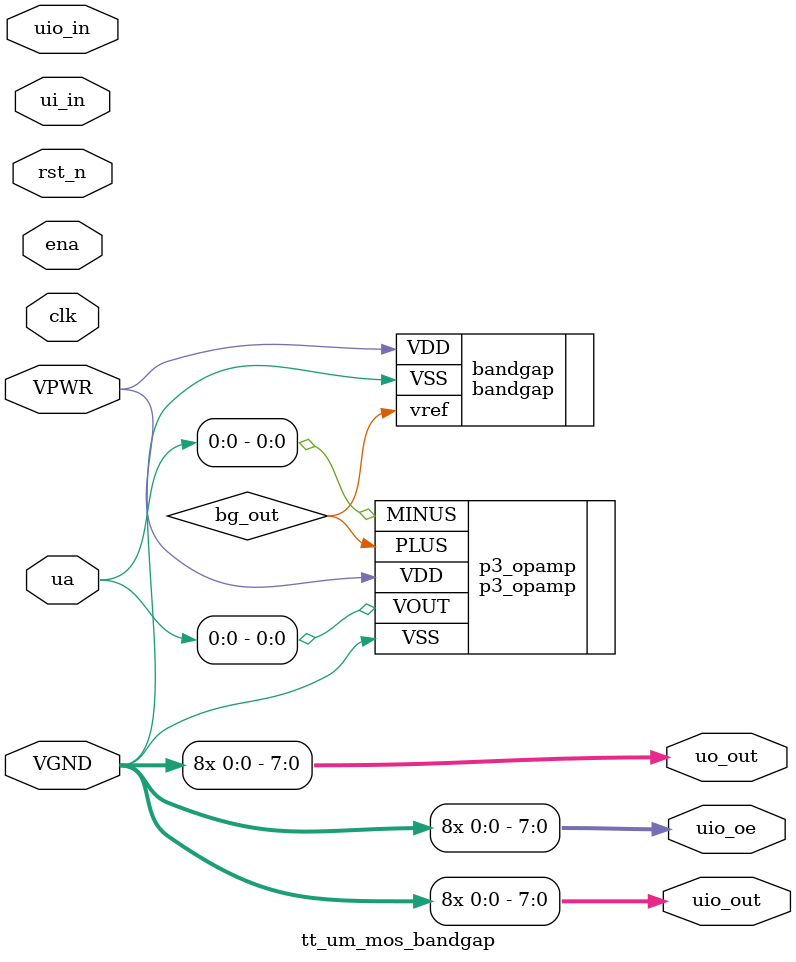
<source format=v>
/*
 * Copyright (c) 2024 Your Name
 * SPDX-License-Identifier: Apache-2.0
 */

`default_nettype none

module tt_um_mos_bandgap (
    input  wire       VGND,
    input  wire       VPWR,
    input  wire [7:0] ui_in,    // Dedicated inputs
    output wire [7:0] uo_out,   // Dedicated outputs
    input  wire [7:0] uio_in,   // IOs: Input path
    output wire [7:0] uio_out,  // IOs: Output path
    output wire [7:0] uio_oe,   // IOs: Enable path (active high: 0=input, 1=output)
    inout  wire [7:0] ua,       // Analog pins, only ua[5:0] can be used
    input  wire       ena,      // always 1 when the design is powered, so you can ignore it
    input  wire       clk,      // clock
    input  wire       rst_n     // reset_n - low to reset
);

    wire bg_out;

    p3_opamp p3_opamp(
        .PLUS(bg_out),
        .MINUS(ua[0]),
        .VOUT(ua[0]),
        .VDD(VPWR),
        .VSS(VGND)
        );

    bandgap bandgap(
        .vref(bg_out),
        .VDD(VPWR),
        .VSS(VGND)
        );

    // ties for usused outputs
    assign uo_out[0] = VGND;
    assign uo_out[1] = VGND;
    assign uo_out[2] = VGND;
    assign uo_out[3] = VGND;
    assign uo_out[4] = VGND;
    assign uo_out[5] = VGND;
    assign uo_out[6] = VGND;
    assign uo_out[7] = VGND;

    assign uio_out[0] = VGND;
    assign uio_out[1] = VGND;
    assign uio_out[2] = VGND;
    assign uio_out[3] = VGND;
    assign uio_out[4] = VGND;
    assign uio_out[5] = VGND;
    assign uio_out[6] = VGND;
    assign uio_out[7] = VGND;

    assign uio_oe[0] = VGND;
    assign uio_oe[1] = VGND;
    assign uio_oe[2] = VGND;
    assign uio_oe[3] = VGND;
    assign uio_oe[4] = VGND;
    assign uio_oe[5] = VGND;
    assign uio_oe[6] = VGND;
    assign uio_oe[7] = VGND;

endmodule

</source>
